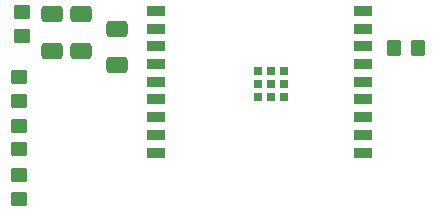
<source format=gbr>
%TF.GenerationSoftware,KiCad,Pcbnew,8.0.8*%
%TF.CreationDate,2025-04-21T18:24:13-04:00*%
%TF.ProjectId,ramen-v2,72616d65-6e2d-4763-922e-6b696361645f,rev?*%
%TF.SameCoordinates,Original*%
%TF.FileFunction,Paste,Top*%
%TF.FilePolarity,Positive*%
%FSLAX46Y46*%
G04 Gerber Fmt 4.6, Leading zero omitted, Abs format (unit mm)*
G04 Created by KiCad (PCBNEW 8.0.8) date 2025-04-21 18:24:13*
%MOMM*%
%LPD*%
G01*
G04 APERTURE LIST*
G04 Aperture macros list*
%AMRoundRect*
0 Rectangle with rounded corners*
0 $1 Rounding radius*
0 $2 $3 $4 $5 $6 $7 $8 $9 X,Y pos of 4 corners*
0 Add a 4 corners polygon primitive as box body*
4,1,4,$2,$3,$4,$5,$6,$7,$8,$9,$2,$3,0*
0 Add four circle primitives for the rounded corners*
1,1,$1+$1,$2,$3*
1,1,$1+$1,$4,$5*
1,1,$1+$1,$6,$7*
1,1,$1+$1,$8,$9*
0 Add four rect primitives between the rounded corners*
20,1,$1+$1,$2,$3,$4,$5,0*
20,1,$1+$1,$4,$5,$6,$7,0*
20,1,$1+$1,$6,$7,$8,$9,0*
20,1,$1+$1,$8,$9,$2,$3,0*%
G04 Aperture macros list end*
%ADD10RoundRect,0.250000X-0.650000X0.412500X-0.650000X-0.412500X0.650000X-0.412500X0.650000X0.412500X0*%
%ADD11RoundRect,0.250000X-0.450000X0.350000X-0.450000X-0.350000X0.450000X-0.350000X0.450000X0.350000X0*%
%ADD12RoundRect,0.250000X0.650000X-0.412500X0.650000X0.412500X-0.650000X0.412500X-0.650000X-0.412500X0*%
%ADD13R,0.700000X0.700000*%
%ADD14R,1.500000X0.900000*%
%ADD15RoundRect,0.250000X-0.350000X-0.450000X0.350000X-0.450000X0.350000X0.450000X-0.350000X0.450000X0*%
G04 APERTURE END LIST*
D10*
%TO.C,C3*%
X126510000Y-78667500D03*
X126510000Y-81792500D03*
%TD*%
D11*
%TO.C,R2*%
X123700000Y-88100000D03*
X123700000Y-90100000D03*
%TD*%
D12*
%TO.C,C4*%
X132000000Y-83000000D03*
X132000000Y-79875000D03*
%TD*%
D11*
%TO.C,R3*%
X123700000Y-84000000D03*
X123700000Y-86000000D03*
%TD*%
D10*
%TO.C,C2*%
X129000000Y-78675000D03*
X129000000Y-81800000D03*
%TD*%
D11*
%TO.C,R4*%
X123700000Y-92300000D03*
X123700000Y-94300000D03*
%TD*%
D13*
%TO.C,U1*%
X143970000Y-83480000D03*
X143970000Y-84580000D03*
X143970000Y-85680000D03*
X145070000Y-83480000D03*
X145070000Y-84580000D03*
X145070000Y-85680000D03*
X146170000Y-83480000D03*
X146170000Y-84580000D03*
X146170000Y-85680000D03*
D14*
X135360000Y-78380000D03*
X135360000Y-79880000D03*
X135360000Y-81380000D03*
X135360000Y-82880000D03*
X135360000Y-84380000D03*
X135360000Y-85880000D03*
X135360000Y-87380000D03*
X135360000Y-88880000D03*
X135360000Y-90380000D03*
X152860000Y-90380000D03*
X152860000Y-88880000D03*
X152860000Y-87380000D03*
X152860000Y-85880000D03*
X152860000Y-84380000D03*
X152860000Y-82880000D03*
X152860000Y-81380000D03*
X152860000Y-79880000D03*
X152860000Y-78380000D03*
%TD*%
D11*
%TO.C,R1*%
X124000000Y-78500000D03*
X124000000Y-80500000D03*
%TD*%
D15*
%TO.C,R6*%
X155500000Y-81500000D03*
X157500000Y-81500000D03*
%TD*%
M02*

</source>
